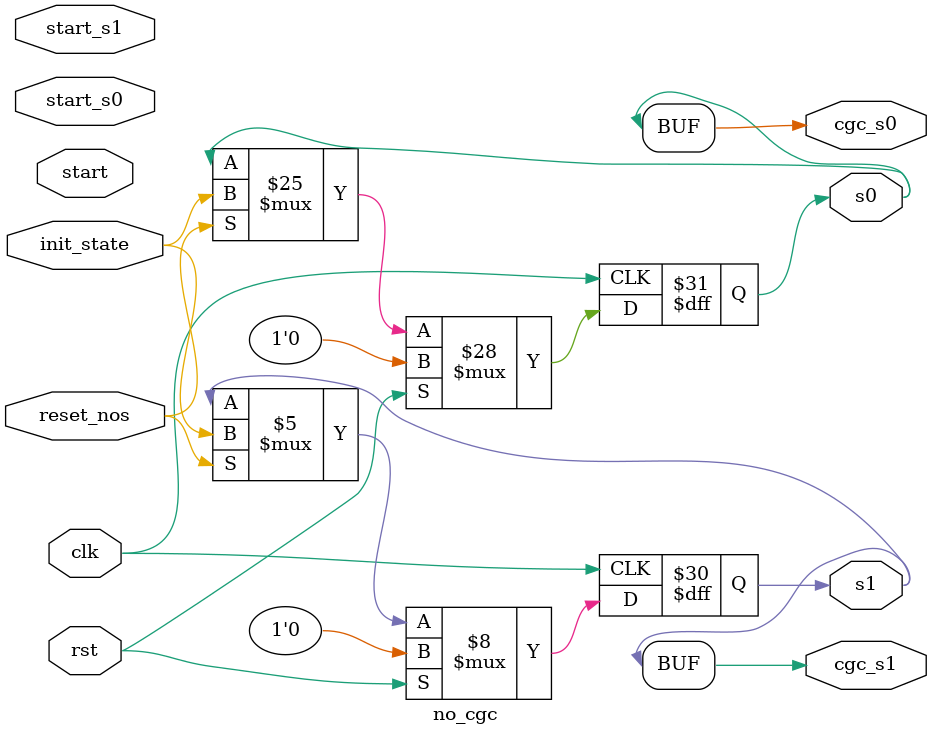
<source format=v>

module no_cgc
(
  input clk,
  input start,
  input rst,
  input reset_nos,
  input start_s0,
  input start_s1,
  input init_state,
  output reg [1-1:0] s0,
  output reg [1-1:0] s1,
  output [1-1:0] cgc_s0,
  output [1-1:0] cgc_s1
);

  reg pass;

  always @(posedge clk) begin
    if(rst) begin
      s0 <= 1'd0;
      pass <= 1'b0;
    end else begin
      if(reset_nos) begin
        s0 <= init_state;
        pass <= 1;
      end else begin
        if(start_s0) begin
          if(pass) begin
            s0 <=  s0 ;
            pass <= 0;
          end else begin
            pass <= 1;
          end
        end 
      end
    end
  end


  always @(posedge clk) begin
    if(rst) begin
      s1 <= 1'd0;
    end else begin
      if(reset_nos) begin
        s1 <= init_state;
      end else begin
        if(start_s1) begin
          s1 <=  s1 ;
        end 
      end
    end
  end

  assign cgc_s0 = s0;
  assign cgc_s1 = s1;

endmodule

</source>
